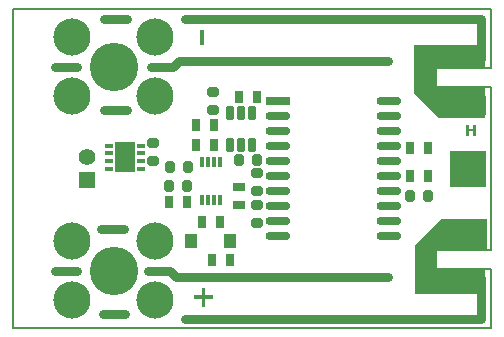
<source format=gts>
G04*
G04 #@! TF.GenerationSoftware,Altium Limited,Altium Designer,20.0.11 (256)*
G04*
G04 Layer_Color=8388736*
%FSLAX25Y25*%
%MOIN*%
G70*
G01*
G75*
%ADD10C,0.03000*%
%ADD11C,0.00600*%
%ADD12R,0.03943X0.03156*%
%ADD13O,0.01581X0.03550*%
%ADD14R,0.03156X0.03943*%
G04:AMPARAMS|DCode=15|XSize=39.43mil|YSize=31.56mil|CornerRadius=6.13mil|HoleSize=0mil|Usage=FLASHONLY|Rotation=270.000|XOffset=0mil|YOffset=0mil|HoleType=Round|Shape=RoundedRectangle|*
%AMROUNDEDRECTD15*
21,1,0.03943,0.01929,0,0,270.0*
21,1,0.02717,0.03156,0,0,270.0*
1,1,0.01227,-0.00965,-0.01358*
1,1,0.01227,-0.00965,0.01358*
1,1,0.01227,0.00965,0.01358*
1,1,0.01227,0.00965,-0.01358*
%
%ADD15ROUNDEDRECTD15*%
G04:AMPARAMS|DCode=16|XSize=27.62mil|YSize=43.37mil|CornerRadius=4.01mil|HoleSize=0mil|Usage=FLASHONLY|Rotation=0.000|XOffset=0mil|YOffset=0mil|HoleType=Round|Shape=RoundedRectangle|*
%AMROUNDEDRECTD16*
21,1,0.02762,0.03535,0,0,0.0*
21,1,0.01961,0.04337,0,0,0.0*
1,1,0.00802,0.00980,-0.01768*
1,1,0.00802,-0.00980,-0.01768*
1,1,0.00802,-0.00980,0.01768*
1,1,0.00802,0.00980,0.01768*
%
%ADD16ROUNDEDRECTD16*%
%ADD17R,0.03943X0.05124*%
%ADD18R,0.06896X0.10046*%
%ADD19R,0.02565X0.01778*%
%ADD20R,0.12211X0.12211*%
G04:AMPARAMS|DCode=21|XSize=39.43mil|YSize=31.56mil|CornerRadius=6.13mil|HoleSize=0mil|Usage=FLASHONLY|Rotation=0.000|XOffset=0mil|YOffset=0mil|HoleType=Round|Shape=RoundedRectangle|*
%AMROUNDEDRECTD21*
21,1,0.03943,0.01929,0,0,0.0*
21,1,0.02717,0.03156,0,0,0.0*
1,1,0.01227,0.01358,-0.00965*
1,1,0.01227,-0.01358,-0.00965*
1,1,0.01227,-0.01358,0.00965*
1,1,0.01227,0.01358,0.00965*
%
%ADD21ROUNDEDRECTD21*%
%ADD22R,0.08274X0.02762*%
%ADD23O,0.08274X0.02762*%
%ADD24R,0.05518X0.05518*%
%ADD25C,0.05518*%
%ADD26C,0.12400*%
%ADD27C,0.16148*%
G36*
X157949Y25984D02*
X141049D01*
Y19685D01*
X157449D01*
X157449Y11500D01*
X133949Y11500D01*
X133949Y27650D01*
X142549Y36250D01*
X157949D01*
Y25984D01*
D02*
G37*
G36*
X157449Y86650D02*
X140549Y86650D01*
Y80350D01*
X157449D01*
Y69985D01*
X142149D01*
X133843Y78291D01*
Y94500D01*
X157449D01*
X157449Y86650D01*
D02*
G37*
G36*
X154224Y64000D02*
X153449D01*
Y65680D01*
X151924D01*
Y64000D01*
X151149D01*
Y67845D01*
X151924D01*
Y66330D01*
X153449D01*
Y67845D01*
X154224D01*
Y64000D01*
D02*
G37*
G36*
X64174Y10887D02*
X66786D01*
Y9787D01*
X64174D01*
Y7150D01*
X63061D01*
Y9787D01*
X60449D01*
Y10887D01*
X63061D01*
Y13500D01*
X64174D01*
Y10887D01*
D02*
G37*
G36*
X63842Y94500D02*
X62260D01*
Y99331D01*
X63842D01*
Y94500D01*
D02*
G37*
D10*
X139949Y89650D02*
G03*
X137949Y87650I0J-2000D01*
G01*
Y77150D02*
X140449D01*
X137949D02*
X143449Y71650D01*
X137949Y77150D02*
Y80650D01*
X52449Y19150D02*
X54449Y17150D01*
X57449D01*
X53449Y87150D02*
X55449Y89150D01*
X57449D01*
X29949Y4650D02*
X37449D01*
X44949Y19150D02*
X52449D01*
X13949D02*
X21449D01*
X29449Y33150D02*
X36949D01*
X30449Y72650D02*
X37949D01*
X45949Y87150D02*
X53449D01*
X13949D02*
X21449D01*
X30449Y103150D02*
X37949D01*
X155949Y71650D02*
Y77150D01*
X140449D02*
X155949D01*
X137949Y79650D02*
Y87650D01*
X139949Y89650D02*
X155949D01*
X140449Y16650D02*
X141449D01*
X137949Y25150D02*
Y25650D01*
Y19150D02*
Y25150D01*
X141449Y29150D02*
X155949D01*
X143449Y34650D02*
X155949D01*
X141449Y16650D02*
X155949D01*
Y3150D02*
Y16650D01*
X57449Y3150D02*
X155949D01*
X57449Y17150D02*
X125188D01*
X57449Y89150D02*
X125188D01*
X57449Y103150D02*
X155949D01*
Y89650D02*
Y103150D01*
X143449Y71650D02*
X155949D01*
D11*
X141149Y19685D02*
X159449D01*
X141149D02*
Y25984D01*
X159449Y50D02*
Y19685D01*
X141049Y86614D02*
X159449D01*
Y106250D01*
X141149Y25984D02*
X159449D01*
Y80315D01*
X141049D02*
X159449D01*
X141049D02*
Y86614D01*
X0Y0D02*
Y106299D01*
Y106299D02*
X159449Y106299D01*
X49Y0D02*
X159449Y0D01*
D12*
X75249Y47150D02*
D03*
Y41150D02*
D03*
D13*
X68902Y42850D02*
D03*
X64965D02*
D03*
X66933D02*
D03*
X62996D02*
D03*
X68902Y55449D02*
D03*
X66933D02*
D03*
X62996D02*
D03*
X64965D02*
D03*
D14*
X57949Y42050D02*
D03*
X51949D02*
D03*
X81449Y77150D02*
D03*
X75449D02*
D03*
X66249Y22750D02*
D03*
X72249D02*
D03*
X63149Y35350D02*
D03*
X69149D02*
D03*
X138449Y60150D02*
D03*
X132449D02*
D03*
X138449Y50650D02*
D03*
X132449D02*
D03*
X60949Y61150D02*
D03*
X66949D02*
D03*
X60949Y67650D02*
D03*
X66949D02*
D03*
D15*
X58149Y47450D02*
D03*
X52149D02*
D03*
X75249Y56150D02*
D03*
X81249D02*
D03*
X52449Y53550D02*
D03*
X58449D02*
D03*
X132449Y44150D02*
D03*
X138449D02*
D03*
D16*
X75949Y71851D02*
D03*
X72208D02*
D03*
X79689D02*
D03*
X72208Y61024D02*
D03*
X75949D02*
D03*
X79689D02*
D03*
D17*
X72245Y29050D02*
D03*
X59253D02*
D03*
D18*
X37343Y57000D02*
D03*
D19*
X31988Y53161D02*
D03*
Y55721D02*
D03*
Y58280D02*
D03*
Y60839D02*
D03*
X42697D02*
D03*
Y58280D02*
D03*
Y55721D02*
D03*
Y53161D02*
D03*
D20*
X151649Y53150D02*
D03*
D21*
X66649Y78650D02*
D03*
Y72650D02*
D03*
X81449Y51650D02*
D03*
Y45650D02*
D03*
X46643Y61700D02*
D03*
Y55700D02*
D03*
X81449Y41150D02*
D03*
Y35150D02*
D03*
D22*
X88445Y75650D02*
D03*
D23*
Y70650D02*
D03*
Y65650D02*
D03*
Y60650D02*
D03*
Y55650D02*
D03*
Y50650D02*
D03*
Y45650D02*
D03*
Y40650D02*
D03*
Y35650D02*
D03*
Y30650D02*
D03*
X125453Y75650D02*
D03*
Y70650D02*
D03*
Y65650D02*
D03*
Y60650D02*
D03*
Y55650D02*
D03*
Y50650D02*
D03*
Y45650D02*
D03*
Y40650D02*
D03*
Y35650D02*
D03*
Y30650D02*
D03*
D24*
X24749Y49213D02*
D03*
D25*
Y57087D02*
D03*
D26*
X47328Y9265D02*
D03*
Y28950D02*
D03*
X19769D02*
D03*
Y9265D02*
D03*
X47328Y77307D02*
D03*
Y96992D02*
D03*
X19769D02*
D03*
Y77307D02*
D03*
D27*
X33549Y19107D02*
D03*
Y87150D02*
D03*
M02*

</source>
